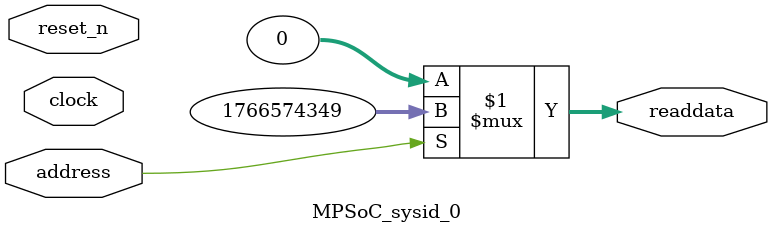
<source format=v>

`timescale 1ns / 1ps
// synthesis translate_on

// turn off superfluous verilog processor warnings 
// altera message_level Level1 
// altera message_off 10034 10035 10036 10037 10230 10240 10030 

module MPSoC_sysid_0 (
               // inputs:
                address,
                clock,
                reset_n,

               // outputs:
                readdata
             )
;

  output  [ 31: 0] readdata;
  input            address;
  input            clock;
  input            reset_n;

  wire    [ 31: 0] readdata;
  //control_slave, which is an e_avalon_slave
  assign readdata = address ? 1766574349 : 0;

endmodule




</source>
